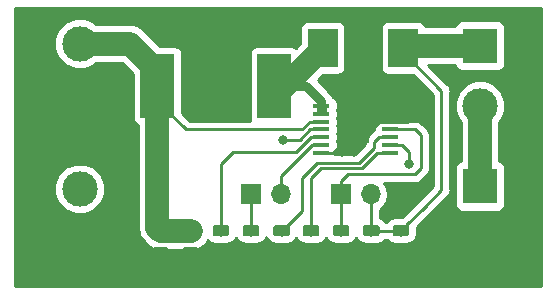
<source format=gbr>
G04 #@! TF.GenerationSoftware,KiCad,Pcbnew,(5.0.2)-1*
G04 #@! TF.CreationDate,2019-07-07T13:50:55+05:30*
G04 #@! TF.ProjectId,tps61500evm,74707336-3135-4303-9065-766d2e6b6963,rev?*
G04 #@! TF.SameCoordinates,Original*
G04 #@! TF.FileFunction,Copper,L1,Top*
G04 #@! TF.FilePolarity,Positive*
%FSLAX46Y46*%
G04 Gerber Fmt 4.6, Leading zero omitted, Abs format (unit mm)*
G04 Created by KiCad (PCBNEW (5.0.2)-1) date 07/07/19 13:50:55*
%MOMM*%
%LPD*%
G01*
G04 APERTURE LIST*
G04 #@! TA.AperFunction,SMDPad,CuDef*
%ADD10R,1.473200X0.355600*%
G04 #@! TD*
G04 #@! TA.AperFunction,SMDPad,CuDef*
%ADD11R,2.311400X2.463800*%
G04 #@! TD*
G04 #@! TA.AperFunction,SMDPad,CuDef*
%ADD12R,2.500000X3.300000*%
G04 #@! TD*
G04 #@! TA.AperFunction,Conductor*
%ADD13C,0.100000*%
G04 #@! TD*
G04 #@! TA.AperFunction,SMDPad,CuDef*
%ADD14C,0.975000*%
G04 #@! TD*
G04 #@! TA.AperFunction,ComponentPad*
%ADD15O,1.700000X1.700000*%
G04 #@! TD*
G04 #@! TA.AperFunction,ComponentPad*
%ADD16R,1.700000X1.700000*%
G04 #@! TD*
G04 #@! TA.AperFunction,SMDPad,CuDef*
%ADD17R,2.900000X5.400000*%
G04 #@! TD*
G04 #@! TA.AperFunction,ComponentPad*
%ADD18C,3.000000*%
G04 #@! TD*
G04 #@! TA.AperFunction,ComponentPad*
%ADD19R,3.000000X3.000000*%
G04 #@! TD*
G04 #@! TA.AperFunction,ViaPad*
%ADD20C,0.800000*%
G04 #@! TD*
G04 #@! TA.AperFunction,ViaPad*
%ADD21C,1.670000*%
G04 #@! TD*
G04 #@! TA.AperFunction,Conductor*
%ADD22C,0.250000*%
G04 #@! TD*
G04 #@! TA.AperFunction,Conductor*
%ADD23C,2.000000*%
G04 #@! TD*
G04 #@! TA.AperFunction,Conductor*
%ADD24C,0.400000*%
G04 #@! TD*
G04 #@! TA.AperFunction,Conductor*
%ADD25C,0.800000*%
G04 #@! TD*
G04 #@! TA.AperFunction,Conductor*
%ADD26C,0.254000*%
G04 #@! TD*
G04 APERTURE END LIST*
D10*
G04 #@! TO.P,U1,1*
G04 #@! TO.N,/SW*
X48679000Y-24044200D03*
G04 #@! TO.P,U1,2*
X48679000Y-24704600D03*
G04 #@! TO.P,U1,3*
G04 #@! TO.N,/Vin*
X48679000Y-25339600D03*
G04 #@! TO.P,U1,4*
G04 #@! TO.N,/PWM*
X48679000Y-26000000D03*
G04 #@! TO.P,U1,5*
G04 #@! TO.N,Net-(C3-Pad1)*
X48679000Y-26660400D03*
G04 #@! TO.P,U1,6*
G04 #@! TO.N,/DIMC*
X48679000Y-27295400D03*
G04 #@! TO.P,U1,7*
G04 #@! TO.N,GND*
X48679000Y-27955800D03*
G04 #@! TO.P,U1,8*
G04 #@! TO.N,Net-(C4-Pad1)*
X54521000Y-27955800D03*
G04 #@! TO.P,U1,9*
G04 #@! TO.N,/FB*
X54521000Y-27295400D03*
G04 #@! TO.P,U1,10*
G04 #@! TO.N,Net-(R3-Pad1)*
X54521000Y-26660400D03*
G04 #@! TO.P,U1,11*
G04 #@! TO.N,/OVP*
X54521000Y-26000000D03*
G04 #@! TO.P,U1,12*
G04 #@! TO.N,GND*
X54521000Y-25339600D03*
G04 #@! TO.P,U1,13*
X54521000Y-24704600D03*
G04 #@! TO.P,U1,14*
X54521000Y-24044200D03*
D11*
G04 #@! TO.P,U1,15*
X51600000Y-26000000D03*
G04 #@! TD*
D12*
G04 #@! TO.P,D1,1*
G04 #@! TO.N,/Vout*
X55590000Y-19080000D03*
G04 #@! TO.P,D1,2*
G04 #@! TO.N,/SW*
X48790000Y-19080000D03*
G04 #@! TD*
D13*
G04 #@! TO.N,/Vin*
G04 #@! TO.C,C1*
G36*
X35540142Y-34086174D02*
X35563803Y-34089684D01*
X35587007Y-34095496D01*
X35609529Y-34103554D01*
X35631153Y-34113782D01*
X35651670Y-34126079D01*
X35670883Y-34140329D01*
X35688607Y-34156393D01*
X35704671Y-34174117D01*
X35718921Y-34193330D01*
X35731218Y-34213847D01*
X35741446Y-34235471D01*
X35749504Y-34257993D01*
X35755316Y-34281197D01*
X35758826Y-34304858D01*
X35760000Y-34328750D01*
X35760000Y-34816250D01*
X35758826Y-34840142D01*
X35755316Y-34863803D01*
X35749504Y-34887007D01*
X35741446Y-34909529D01*
X35731218Y-34931153D01*
X35718921Y-34951670D01*
X35704671Y-34970883D01*
X35688607Y-34988607D01*
X35670883Y-35004671D01*
X35651670Y-35018921D01*
X35631153Y-35031218D01*
X35609529Y-35041446D01*
X35587007Y-35049504D01*
X35563803Y-35055316D01*
X35540142Y-35058826D01*
X35516250Y-35060000D01*
X34603750Y-35060000D01*
X34579858Y-35058826D01*
X34556197Y-35055316D01*
X34532993Y-35049504D01*
X34510471Y-35041446D01*
X34488847Y-35031218D01*
X34468330Y-35018921D01*
X34449117Y-35004671D01*
X34431393Y-34988607D01*
X34415329Y-34970883D01*
X34401079Y-34951670D01*
X34388782Y-34931153D01*
X34378554Y-34909529D01*
X34370496Y-34887007D01*
X34364684Y-34863803D01*
X34361174Y-34840142D01*
X34360000Y-34816250D01*
X34360000Y-34328750D01*
X34361174Y-34304858D01*
X34364684Y-34281197D01*
X34370496Y-34257993D01*
X34378554Y-34235471D01*
X34388782Y-34213847D01*
X34401079Y-34193330D01*
X34415329Y-34174117D01*
X34431393Y-34156393D01*
X34449117Y-34140329D01*
X34468330Y-34126079D01*
X34488847Y-34113782D01*
X34510471Y-34103554D01*
X34532993Y-34095496D01*
X34556197Y-34089684D01*
X34579858Y-34086174D01*
X34603750Y-34085000D01*
X35516250Y-34085000D01*
X35540142Y-34086174D01*
X35540142Y-34086174D01*
G37*
D14*
G04 #@! TD*
G04 #@! TO.P,C1,1*
G04 #@! TO.N,/Vin*
X35060000Y-34572500D03*
D13*
G04 #@! TO.N,GND*
G04 #@! TO.C,C1*
G36*
X35540142Y-35961174D02*
X35563803Y-35964684D01*
X35587007Y-35970496D01*
X35609529Y-35978554D01*
X35631153Y-35988782D01*
X35651670Y-36001079D01*
X35670883Y-36015329D01*
X35688607Y-36031393D01*
X35704671Y-36049117D01*
X35718921Y-36068330D01*
X35731218Y-36088847D01*
X35741446Y-36110471D01*
X35749504Y-36132993D01*
X35755316Y-36156197D01*
X35758826Y-36179858D01*
X35760000Y-36203750D01*
X35760000Y-36691250D01*
X35758826Y-36715142D01*
X35755316Y-36738803D01*
X35749504Y-36762007D01*
X35741446Y-36784529D01*
X35731218Y-36806153D01*
X35718921Y-36826670D01*
X35704671Y-36845883D01*
X35688607Y-36863607D01*
X35670883Y-36879671D01*
X35651670Y-36893921D01*
X35631153Y-36906218D01*
X35609529Y-36916446D01*
X35587007Y-36924504D01*
X35563803Y-36930316D01*
X35540142Y-36933826D01*
X35516250Y-36935000D01*
X34603750Y-36935000D01*
X34579858Y-36933826D01*
X34556197Y-36930316D01*
X34532993Y-36924504D01*
X34510471Y-36916446D01*
X34488847Y-36906218D01*
X34468330Y-36893921D01*
X34449117Y-36879671D01*
X34431393Y-36863607D01*
X34415329Y-36845883D01*
X34401079Y-36826670D01*
X34388782Y-36806153D01*
X34378554Y-36784529D01*
X34370496Y-36762007D01*
X34364684Y-36738803D01*
X34361174Y-36715142D01*
X34360000Y-36691250D01*
X34360000Y-36203750D01*
X34361174Y-36179858D01*
X34364684Y-36156197D01*
X34370496Y-36132993D01*
X34378554Y-36110471D01*
X34388782Y-36088847D01*
X34401079Y-36068330D01*
X34415329Y-36049117D01*
X34431393Y-36031393D01*
X34449117Y-36015329D01*
X34468330Y-36001079D01*
X34488847Y-35988782D01*
X34510471Y-35978554D01*
X34532993Y-35970496D01*
X34556197Y-35964684D01*
X34579858Y-35961174D01*
X34603750Y-35960000D01*
X35516250Y-35960000D01*
X35540142Y-35961174D01*
X35540142Y-35961174D01*
G37*
D14*
G04 #@! TD*
G04 #@! TO.P,C1,2*
G04 #@! TO.N,GND*
X35060000Y-36447500D03*
D13*
G04 #@! TO.N,GND*
G04 #@! TO.C,R3*
G36*
X45780142Y-35951174D02*
X45803803Y-35954684D01*
X45827007Y-35960496D01*
X45849529Y-35968554D01*
X45871153Y-35978782D01*
X45891670Y-35991079D01*
X45910883Y-36005329D01*
X45928607Y-36021393D01*
X45944671Y-36039117D01*
X45958921Y-36058330D01*
X45971218Y-36078847D01*
X45981446Y-36100471D01*
X45989504Y-36122993D01*
X45995316Y-36146197D01*
X45998826Y-36169858D01*
X46000000Y-36193750D01*
X46000000Y-36681250D01*
X45998826Y-36705142D01*
X45995316Y-36728803D01*
X45989504Y-36752007D01*
X45981446Y-36774529D01*
X45971218Y-36796153D01*
X45958921Y-36816670D01*
X45944671Y-36835883D01*
X45928607Y-36853607D01*
X45910883Y-36869671D01*
X45891670Y-36883921D01*
X45871153Y-36896218D01*
X45849529Y-36906446D01*
X45827007Y-36914504D01*
X45803803Y-36920316D01*
X45780142Y-36923826D01*
X45756250Y-36925000D01*
X44843750Y-36925000D01*
X44819858Y-36923826D01*
X44796197Y-36920316D01*
X44772993Y-36914504D01*
X44750471Y-36906446D01*
X44728847Y-36896218D01*
X44708330Y-36883921D01*
X44689117Y-36869671D01*
X44671393Y-36853607D01*
X44655329Y-36835883D01*
X44641079Y-36816670D01*
X44628782Y-36796153D01*
X44618554Y-36774529D01*
X44610496Y-36752007D01*
X44604684Y-36728803D01*
X44601174Y-36705142D01*
X44600000Y-36681250D01*
X44600000Y-36193750D01*
X44601174Y-36169858D01*
X44604684Y-36146197D01*
X44610496Y-36122993D01*
X44618554Y-36100471D01*
X44628782Y-36078847D01*
X44641079Y-36058330D01*
X44655329Y-36039117D01*
X44671393Y-36021393D01*
X44689117Y-36005329D01*
X44708330Y-35991079D01*
X44728847Y-35978782D01*
X44750471Y-35968554D01*
X44772993Y-35960496D01*
X44796197Y-35954684D01*
X44819858Y-35951174D01*
X44843750Y-35950000D01*
X45756250Y-35950000D01*
X45780142Y-35951174D01*
X45780142Y-35951174D01*
G37*
D14*
G04 #@! TD*
G04 #@! TO.P,R3,2*
G04 #@! TO.N,GND*
X45300000Y-36437500D03*
D13*
G04 #@! TO.N,Net-(R3-Pad1)*
G04 #@! TO.C,R3*
G36*
X45780142Y-34076174D02*
X45803803Y-34079684D01*
X45827007Y-34085496D01*
X45849529Y-34093554D01*
X45871153Y-34103782D01*
X45891670Y-34116079D01*
X45910883Y-34130329D01*
X45928607Y-34146393D01*
X45944671Y-34164117D01*
X45958921Y-34183330D01*
X45971218Y-34203847D01*
X45981446Y-34225471D01*
X45989504Y-34247993D01*
X45995316Y-34271197D01*
X45998826Y-34294858D01*
X46000000Y-34318750D01*
X46000000Y-34806250D01*
X45998826Y-34830142D01*
X45995316Y-34853803D01*
X45989504Y-34877007D01*
X45981446Y-34899529D01*
X45971218Y-34921153D01*
X45958921Y-34941670D01*
X45944671Y-34960883D01*
X45928607Y-34978607D01*
X45910883Y-34994671D01*
X45891670Y-35008921D01*
X45871153Y-35021218D01*
X45849529Y-35031446D01*
X45827007Y-35039504D01*
X45803803Y-35045316D01*
X45780142Y-35048826D01*
X45756250Y-35050000D01*
X44843750Y-35050000D01*
X44819858Y-35048826D01*
X44796197Y-35045316D01*
X44772993Y-35039504D01*
X44750471Y-35031446D01*
X44728847Y-35021218D01*
X44708330Y-35008921D01*
X44689117Y-34994671D01*
X44671393Y-34978607D01*
X44655329Y-34960883D01*
X44641079Y-34941670D01*
X44628782Y-34921153D01*
X44618554Y-34899529D01*
X44610496Y-34877007D01*
X44604684Y-34853803D01*
X44601174Y-34830142D01*
X44600000Y-34806250D01*
X44600000Y-34318750D01*
X44601174Y-34294858D01*
X44604684Y-34271197D01*
X44610496Y-34247993D01*
X44618554Y-34225471D01*
X44628782Y-34203847D01*
X44641079Y-34183330D01*
X44655329Y-34164117D01*
X44671393Y-34146393D01*
X44689117Y-34130329D01*
X44708330Y-34116079D01*
X44728847Y-34103782D01*
X44750471Y-34093554D01*
X44772993Y-34085496D01*
X44796197Y-34079684D01*
X44819858Y-34076174D01*
X44843750Y-34075000D01*
X45756250Y-34075000D01*
X45780142Y-34076174D01*
X45780142Y-34076174D01*
G37*
D14*
G04 #@! TD*
G04 #@! TO.P,R3,1*
G04 #@! TO.N,Net-(R3-Pad1)*
X45300000Y-34562500D03*
D13*
G04 #@! TO.N,/OVP*
G04 #@! TO.C,R2*
G36*
X50830142Y-34076174D02*
X50853803Y-34079684D01*
X50877007Y-34085496D01*
X50899529Y-34093554D01*
X50921153Y-34103782D01*
X50941670Y-34116079D01*
X50960883Y-34130329D01*
X50978607Y-34146393D01*
X50994671Y-34164117D01*
X51008921Y-34183330D01*
X51021218Y-34203847D01*
X51031446Y-34225471D01*
X51039504Y-34247993D01*
X51045316Y-34271197D01*
X51048826Y-34294858D01*
X51050000Y-34318750D01*
X51050000Y-34806250D01*
X51048826Y-34830142D01*
X51045316Y-34853803D01*
X51039504Y-34877007D01*
X51031446Y-34899529D01*
X51021218Y-34921153D01*
X51008921Y-34941670D01*
X50994671Y-34960883D01*
X50978607Y-34978607D01*
X50960883Y-34994671D01*
X50941670Y-35008921D01*
X50921153Y-35021218D01*
X50899529Y-35031446D01*
X50877007Y-35039504D01*
X50853803Y-35045316D01*
X50830142Y-35048826D01*
X50806250Y-35050000D01*
X49893750Y-35050000D01*
X49869858Y-35048826D01*
X49846197Y-35045316D01*
X49822993Y-35039504D01*
X49800471Y-35031446D01*
X49778847Y-35021218D01*
X49758330Y-35008921D01*
X49739117Y-34994671D01*
X49721393Y-34978607D01*
X49705329Y-34960883D01*
X49691079Y-34941670D01*
X49678782Y-34921153D01*
X49668554Y-34899529D01*
X49660496Y-34877007D01*
X49654684Y-34853803D01*
X49651174Y-34830142D01*
X49650000Y-34806250D01*
X49650000Y-34318750D01*
X49651174Y-34294858D01*
X49654684Y-34271197D01*
X49660496Y-34247993D01*
X49668554Y-34225471D01*
X49678782Y-34203847D01*
X49691079Y-34183330D01*
X49705329Y-34164117D01*
X49721393Y-34146393D01*
X49739117Y-34130329D01*
X49758330Y-34116079D01*
X49778847Y-34103782D01*
X49800471Y-34093554D01*
X49822993Y-34085496D01*
X49846197Y-34079684D01*
X49869858Y-34076174D01*
X49893750Y-34075000D01*
X50806250Y-34075000D01*
X50830142Y-34076174D01*
X50830142Y-34076174D01*
G37*
D14*
G04 #@! TD*
G04 #@! TO.P,R2,1*
G04 #@! TO.N,/OVP*
X50350000Y-34562500D03*
D13*
G04 #@! TO.N,GND*
G04 #@! TO.C,R2*
G36*
X50830142Y-35951174D02*
X50853803Y-35954684D01*
X50877007Y-35960496D01*
X50899529Y-35968554D01*
X50921153Y-35978782D01*
X50941670Y-35991079D01*
X50960883Y-36005329D01*
X50978607Y-36021393D01*
X50994671Y-36039117D01*
X51008921Y-36058330D01*
X51021218Y-36078847D01*
X51031446Y-36100471D01*
X51039504Y-36122993D01*
X51045316Y-36146197D01*
X51048826Y-36169858D01*
X51050000Y-36193750D01*
X51050000Y-36681250D01*
X51048826Y-36705142D01*
X51045316Y-36728803D01*
X51039504Y-36752007D01*
X51031446Y-36774529D01*
X51021218Y-36796153D01*
X51008921Y-36816670D01*
X50994671Y-36835883D01*
X50978607Y-36853607D01*
X50960883Y-36869671D01*
X50941670Y-36883921D01*
X50921153Y-36896218D01*
X50899529Y-36906446D01*
X50877007Y-36914504D01*
X50853803Y-36920316D01*
X50830142Y-36923826D01*
X50806250Y-36925000D01*
X49893750Y-36925000D01*
X49869858Y-36923826D01*
X49846197Y-36920316D01*
X49822993Y-36914504D01*
X49800471Y-36906446D01*
X49778847Y-36896218D01*
X49758330Y-36883921D01*
X49739117Y-36869671D01*
X49721393Y-36853607D01*
X49705329Y-36835883D01*
X49691079Y-36816670D01*
X49678782Y-36796153D01*
X49668554Y-36774529D01*
X49660496Y-36752007D01*
X49654684Y-36728803D01*
X49651174Y-36705142D01*
X49650000Y-36681250D01*
X49650000Y-36193750D01*
X49651174Y-36169858D01*
X49654684Y-36146197D01*
X49660496Y-36122993D01*
X49668554Y-36100471D01*
X49678782Y-36078847D01*
X49691079Y-36058330D01*
X49705329Y-36039117D01*
X49721393Y-36021393D01*
X49739117Y-36005329D01*
X49758330Y-35991079D01*
X49778847Y-35978782D01*
X49800471Y-35968554D01*
X49822993Y-35960496D01*
X49846197Y-35954684D01*
X49869858Y-35951174D01*
X49893750Y-35950000D01*
X50806250Y-35950000D01*
X50830142Y-35951174D01*
X50830142Y-35951174D01*
G37*
D14*
G04 #@! TD*
G04 #@! TO.P,R2,2*
G04 #@! TO.N,GND*
X50350000Y-36437500D03*
D13*
G04 #@! TO.N,GND*
G04 #@! TO.C,C2*
G36*
X53380142Y-35951174D02*
X53403803Y-35954684D01*
X53427007Y-35960496D01*
X53449529Y-35968554D01*
X53471153Y-35978782D01*
X53491670Y-35991079D01*
X53510883Y-36005329D01*
X53528607Y-36021393D01*
X53544671Y-36039117D01*
X53558921Y-36058330D01*
X53571218Y-36078847D01*
X53581446Y-36100471D01*
X53589504Y-36122993D01*
X53595316Y-36146197D01*
X53598826Y-36169858D01*
X53600000Y-36193750D01*
X53600000Y-36681250D01*
X53598826Y-36705142D01*
X53595316Y-36728803D01*
X53589504Y-36752007D01*
X53581446Y-36774529D01*
X53571218Y-36796153D01*
X53558921Y-36816670D01*
X53544671Y-36835883D01*
X53528607Y-36853607D01*
X53510883Y-36869671D01*
X53491670Y-36883921D01*
X53471153Y-36896218D01*
X53449529Y-36906446D01*
X53427007Y-36914504D01*
X53403803Y-36920316D01*
X53380142Y-36923826D01*
X53356250Y-36925000D01*
X52443750Y-36925000D01*
X52419858Y-36923826D01*
X52396197Y-36920316D01*
X52372993Y-36914504D01*
X52350471Y-36906446D01*
X52328847Y-36896218D01*
X52308330Y-36883921D01*
X52289117Y-36869671D01*
X52271393Y-36853607D01*
X52255329Y-36835883D01*
X52241079Y-36816670D01*
X52228782Y-36796153D01*
X52218554Y-36774529D01*
X52210496Y-36752007D01*
X52204684Y-36728803D01*
X52201174Y-36705142D01*
X52200000Y-36681250D01*
X52200000Y-36193750D01*
X52201174Y-36169858D01*
X52204684Y-36146197D01*
X52210496Y-36122993D01*
X52218554Y-36100471D01*
X52228782Y-36078847D01*
X52241079Y-36058330D01*
X52255329Y-36039117D01*
X52271393Y-36021393D01*
X52289117Y-36005329D01*
X52308330Y-35991079D01*
X52328847Y-35978782D01*
X52350471Y-35968554D01*
X52372993Y-35960496D01*
X52396197Y-35954684D01*
X52419858Y-35951174D01*
X52443750Y-35950000D01*
X53356250Y-35950000D01*
X53380142Y-35951174D01*
X53380142Y-35951174D01*
G37*
D14*
G04 #@! TD*
G04 #@! TO.P,C2,2*
G04 #@! TO.N,GND*
X52900000Y-36437500D03*
D13*
G04 #@! TO.N,/Vout*
G04 #@! TO.C,C2*
G36*
X53380142Y-34076174D02*
X53403803Y-34079684D01*
X53427007Y-34085496D01*
X53449529Y-34093554D01*
X53471153Y-34103782D01*
X53491670Y-34116079D01*
X53510883Y-34130329D01*
X53528607Y-34146393D01*
X53544671Y-34164117D01*
X53558921Y-34183330D01*
X53571218Y-34203847D01*
X53581446Y-34225471D01*
X53589504Y-34247993D01*
X53595316Y-34271197D01*
X53598826Y-34294858D01*
X53600000Y-34318750D01*
X53600000Y-34806250D01*
X53598826Y-34830142D01*
X53595316Y-34853803D01*
X53589504Y-34877007D01*
X53581446Y-34899529D01*
X53571218Y-34921153D01*
X53558921Y-34941670D01*
X53544671Y-34960883D01*
X53528607Y-34978607D01*
X53510883Y-34994671D01*
X53491670Y-35008921D01*
X53471153Y-35021218D01*
X53449529Y-35031446D01*
X53427007Y-35039504D01*
X53403803Y-35045316D01*
X53380142Y-35048826D01*
X53356250Y-35050000D01*
X52443750Y-35050000D01*
X52419858Y-35048826D01*
X52396197Y-35045316D01*
X52372993Y-35039504D01*
X52350471Y-35031446D01*
X52328847Y-35021218D01*
X52308330Y-35008921D01*
X52289117Y-34994671D01*
X52271393Y-34978607D01*
X52255329Y-34960883D01*
X52241079Y-34941670D01*
X52228782Y-34921153D01*
X52218554Y-34899529D01*
X52210496Y-34877007D01*
X52204684Y-34853803D01*
X52201174Y-34830142D01*
X52200000Y-34806250D01*
X52200000Y-34318750D01*
X52201174Y-34294858D01*
X52204684Y-34271197D01*
X52210496Y-34247993D01*
X52218554Y-34225471D01*
X52228782Y-34203847D01*
X52241079Y-34183330D01*
X52255329Y-34164117D01*
X52271393Y-34146393D01*
X52289117Y-34130329D01*
X52308330Y-34116079D01*
X52328847Y-34103782D01*
X52350471Y-34093554D01*
X52372993Y-34085496D01*
X52396197Y-34079684D01*
X52419858Y-34076174D01*
X52443750Y-34075000D01*
X53356250Y-34075000D01*
X53380142Y-34076174D01*
X53380142Y-34076174D01*
G37*
D14*
G04 #@! TD*
G04 #@! TO.P,C2,1*
G04 #@! TO.N,/Vout*
X52900000Y-34562500D03*
D13*
G04 #@! TO.N,Net-(C3-Pad1)*
G04 #@! TO.C,C3*
G36*
X40640142Y-34086174D02*
X40663803Y-34089684D01*
X40687007Y-34095496D01*
X40709529Y-34103554D01*
X40731153Y-34113782D01*
X40751670Y-34126079D01*
X40770883Y-34140329D01*
X40788607Y-34156393D01*
X40804671Y-34174117D01*
X40818921Y-34193330D01*
X40831218Y-34213847D01*
X40841446Y-34235471D01*
X40849504Y-34257993D01*
X40855316Y-34281197D01*
X40858826Y-34304858D01*
X40860000Y-34328750D01*
X40860000Y-34816250D01*
X40858826Y-34840142D01*
X40855316Y-34863803D01*
X40849504Y-34887007D01*
X40841446Y-34909529D01*
X40831218Y-34931153D01*
X40818921Y-34951670D01*
X40804671Y-34970883D01*
X40788607Y-34988607D01*
X40770883Y-35004671D01*
X40751670Y-35018921D01*
X40731153Y-35031218D01*
X40709529Y-35041446D01*
X40687007Y-35049504D01*
X40663803Y-35055316D01*
X40640142Y-35058826D01*
X40616250Y-35060000D01*
X39703750Y-35060000D01*
X39679858Y-35058826D01*
X39656197Y-35055316D01*
X39632993Y-35049504D01*
X39610471Y-35041446D01*
X39588847Y-35031218D01*
X39568330Y-35018921D01*
X39549117Y-35004671D01*
X39531393Y-34988607D01*
X39515329Y-34970883D01*
X39501079Y-34951670D01*
X39488782Y-34931153D01*
X39478554Y-34909529D01*
X39470496Y-34887007D01*
X39464684Y-34863803D01*
X39461174Y-34840142D01*
X39460000Y-34816250D01*
X39460000Y-34328750D01*
X39461174Y-34304858D01*
X39464684Y-34281197D01*
X39470496Y-34257993D01*
X39478554Y-34235471D01*
X39488782Y-34213847D01*
X39501079Y-34193330D01*
X39515329Y-34174117D01*
X39531393Y-34156393D01*
X39549117Y-34140329D01*
X39568330Y-34126079D01*
X39588847Y-34113782D01*
X39610471Y-34103554D01*
X39632993Y-34095496D01*
X39656197Y-34089684D01*
X39679858Y-34086174D01*
X39703750Y-34085000D01*
X40616250Y-34085000D01*
X40640142Y-34086174D01*
X40640142Y-34086174D01*
G37*
D14*
G04 #@! TD*
G04 #@! TO.P,C3,1*
G04 #@! TO.N,Net-(C3-Pad1)*
X40160000Y-34572500D03*
D13*
G04 #@! TO.N,GND*
G04 #@! TO.C,C3*
G36*
X40640142Y-35961174D02*
X40663803Y-35964684D01*
X40687007Y-35970496D01*
X40709529Y-35978554D01*
X40731153Y-35988782D01*
X40751670Y-36001079D01*
X40770883Y-36015329D01*
X40788607Y-36031393D01*
X40804671Y-36049117D01*
X40818921Y-36068330D01*
X40831218Y-36088847D01*
X40841446Y-36110471D01*
X40849504Y-36132993D01*
X40855316Y-36156197D01*
X40858826Y-36179858D01*
X40860000Y-36203750D01*
X40860000Y-36691250D01*
X40858826Y-36715142D01*
X40855316Y-36738803D01*
X40849504Y-36762007D01*
X40841446Y-36784529D01*
X40831218Y-36806153D01*
X40818921Y-36826670D01*
X40804671Y-36845883D01*
X40788607Y-36863607D01*
X40770883Y-36879671D01*
X40751670Y-36893921D01*
X40731153Y-36906218D01*
X40709529Y-36916446D01*
X40687007Y-36924504D01*
X40663803Y-36930316D01*
X40640142Y-36933826D01*
X40616250Y-36935000D01*
X39703750Y-36935000D01*
X39679858Y-36933826D01*
X39656197Y-36930316D01*
X39632993Y-36924504D01*
X39610471Y-36916446D01*
X39588847Y-36906218D01*
X39568330Y-36893921D01*
X39549117Y-36879671D01*
X39531393Y-36863607D01*
X39515329Y-36845883D01*
X39501079Y-36826670D01*
X39488782Y-36806153D01*
X39478554Y-36784529D01*
X39470496Y-36762007D01*
X39464684Y-36738803D01*
X39461174Y-36715142D01*
X39460000Y-36691250D01*
X39460000Y-36203750D01*
X39461174Y-36179858D01*
X39464684Y-36156197D01*
X39470496Y-36132993D01*
X39478554Y-36110471D01*
X39488782Y-36088847D01*
X39501079Y-36068330D01*
X39515329Y-36049117D01*
X39531393Y-36031393D01*
X39549117Y-36015329D01*
X39568330Y-36001079D01*
X39588847Y-35988782D01*
X39610471Y-35978554D01*
X39632993Y-35970496D01*
X39656197Y-35964684D01*
X39679858Y-35961174D01*
X39703750Y-35960000D01*
X40616250Y-35960000D01*
X40640142Y-35961174D01*
X40640142Y-35961174D01*
G37*
D14*
G04 #@! TD*
G04 #@! TO.P,C3,2*
G04 #@! TO.N,GND*
X40160000Y-36447500D03*
D13*
G04 #@! TO.N,GND*
G04 #@! TO.C,C4*
G36*
X48280142Y-35961174D02*
X48303803Y-35964684D01*
X48327007Y-35970496D01*
X48349529Y-35978554D01*
X48371153Y-35988782D01*
X48391670Y-36001079D01*
X48410883Y-36015329D01*
X48428607Y-36031393D01*
X48444671Y-36049117D01*
X48458921Y-36068330D01*
X48471218Y-36088847D01*
X48481446Y-36110471D01*
X48489504Y-36132993D01*
X48495316Y-36156197D01*
X48498826Y-36179858D01*
X48500000Y-36203750D01*
X48500000Y-36691250D01*
X48498826Y-36715142D01*
X48495316Y-36738803D01*
X48489504Y-36762007D01*
X48481446Y-36784529D01*
X48471218Y-36806153D01*
X48458921Y-36826670D01*
X48444671Y-36845883D01*
X48428607Y-36863607D01*
X48410883Y-36879671D01*
X48391670Y-36893921D01*
X48371153Y-36906218D01*
X48349529Y-36916446D01*
X48327007Y-36924504D01*
X48303803Y-36930316D01*
X48280142Y-36933826D01*
X48256250Y-36935000D01*
X47343750Y-36935000D01*
X47319858Y-36933826D01*
X47296197Y-36930316D01*
X47272993Y-36924504D01*
X47250471Y-36916446D01*
X47228847Y-36906218D01*
X47208330Y-36893921D01*
X47189117Y-36879671D01*
X47171393Y-36863607D01*
X47155329Y-36845883D01*
X47141079Y-36826670D01*
X47128782Y-36806153D01*
X47118554Y-36784529D01*
X47110496Y-36762007D01*
X47104684Y-36738803D01*
X47101174Y-36715142D01*
X47100000Y-36691250D01*
X47100000Y-36203750D01*
X47101174Y-36179858D01*
X47104684Y-36156197D01*
X47110496Y-36132993D01*
X47118554Y-36110471D01*
X47128782Y-36088847D01*
X47141079Y-36068330D01*
X47155329Y-36049117D01*
X47171393Y-36031393D01*
X47189117Y-36015329D01*
X47208330Y-36001079D01*
X47228847Y-35988782D01*
X47250471Y-35978554D01*
X47272993Y-35970496D01*
X47296197Y-35964684D01*
X47319858Y-35961174D01*
X47343750Y-35960000D01*
X48256250Y-35960000D01*
X48280142Y-35961174D01*
X48280142Y-35961174D01*
G37*
D14*
G04 #@! TD*
G04 #@! TO.P,C4,2*
G04 #@! TO.N,GND*
X47800000Y-36447500D03*
D13*
G04 #@! TO.N,Net-(C4-Pad1)*
G04 #@! TO.C,C4*
G36*
X48280142Y-34086174D02*
X48303803Y-34089684D01*
X48327007Y-34095496D01*
X48349529Y-34103554D01*
X48371153Y-34113782D01*
X48391670Y-34126079D01*
X48410883Y-34140329D01*
X48428607Y-34156393D01*
X48444671Y-34174117D01*
X48458921Y-34193330D01*
X48471218Y-34213847D01*
X48481446Y-34235471D01*
X48489504Y-34257993D01*
X48495316Y-34281197D01*
X48498826Y-34304858D01*
X48500000Y-34328750D01*
X48500000Y-34816250D01*
X48498826Y-34840142D01*
X48495316Y-34863803D01*
X48489504Y-34887007D01*
X48481446Y-34909529D01*
X48471218Y-34931153D01*
X48458921Y-34951670D01*
X48444671Y-34970883D01*
X48428607Y-34988607D01*
X48410883Y-35004671D01*
X48391670Y-35018921D01*
X48371153Y-35031218D01*
X48349529Y-35041446D01*
X48327007Y-35049504D01*
X48303803Y-35055316D01*
X48280142Y-35058826D01*
X48256250Y-35060000D01*
X47343750Y-35060000D01*
X47319858Y-35058826D01*
X47296197Y-35055316D01*
X47272993Y-35049504D01*
X47250471Y-35041446D01*
X47228847Y-35031218D01*
X47208330Y-35018921D01*
X47189117Y-35004671D01*
X47171393Y-34988607D01*
X47155329Y-34970883D01*
X47141079Y-34951670D01*
X47128782Y-34931153D01*
X47118554Y-34909529D01*
X47110496Y-34887007D01*
X47104684Y-34863803D01*
X47101174Y-34840142D01*
X47100000Y-34816250D01*
X47100000Y-34328750D01*
X47101174Y-34304858D01*
X47104684Y-34281197D01*
X47110496Y-34257993D01*
X47118554Y-34235471D01*
X47128782Y-34213847D01*
X47141079Y-34193330D01*
X47155329Y-34174117D01*
X47171393Y-34156393D01*
X47189117Y-34140329D01*
X47208330Y-34126079D01*
X47228847Y-34113782D01*
X47250471Y-34103554D01*
X47272993Y-34095496D01*
X47296197Y-34089684D01*
X47319858Y-34086174D01*
X47343750Y-34085000D01*
X48256250Y-34085000D01*
X48280142Y-34086174D01*
X48280142Y-34086174D01*
G37*
D14*
G04 #@! TD*
G04 #@! TO.P,C4,1*
G04 #@! TO.N,Net-(C4-Pad1)*
X47800000Y-34572500D03*
D13*
G04 #@! TO.N,Net-(C5-Pad1)*
G04 #@! TO.C,C5*
G36*
X43190142Y-34086174D02*
X43213803Y-34089684D01*
X43237007Y-34095496D01*
X43259529Y-34103554D01*
X43281153Y-34113782D01*
X43301670Y-34126079D01*
X43320883Y-34140329D01*
X43338607Y-34156393D01*
X43354671Y-34174117D01*
X43368921Y-34193330D01*
X43381218Y-34213847D01*
X43391446Y-34235471D01*
X43399504Y-34257993D01*
X43405316Y-34281197D01*
X43408826Y-34304858D01*
X43410000Y-34328750D01*
X43410000Y-34816250D01*
X43408826Y-34840142D01*
X43405316Y-34863803D01*
X43399504Y-34887007D01*
X43391446Y-34909529D01*
X43381218Y-34931153D01*
X43368921Y-34951670D01*
X43354671Y-34970883D01*
X43338607Y-34988607D01*
X43320883Y-35004671D01*
X43301670Y-35018921D01*
X43281153Y-35031218D01*
X43259529Y-35041446D01*
X43237007Y-35049504D01*
X43213803Y-35055316D01*
X43190142Y-35058826D01*
X43166250Y-35060000D01*
X42253750Y-35060000D01*
X42229858Y-35058826D01*
X42206197Y-35055316D01*
X42182993Y-35049504D01*
X42160471Y-35041446D01*
X42138847Y-35031218D01*
X42118330Y-35018921D01*
X42099117Y-35004671D01*
X42081393Y-34988607D01*
X42065329Y-34970883D01*
X42051079Y-34951670D01*
X42038782Y-34931153D01*
X42028554Y-34909529D01*
X42020496Y-34887007D01*
X42014684Y-34863803D01*
X42011174Y-34840142D01*
X42010000Y-34816250D01*
X42010000Y-34328750D01*
X42011174Y-34304858D01*
X42014684Y-34281197D01*
X42020496Y-34257993D01*
X42028554Y-34235471D01*
X42038782Y-34213847D01*
X42051079Y-34193330D01*
X42065329Y-34174117D01*
X42081393Y-34156393D01*
X42099117Y-34140329D01*
X42118330Y-34126079D01*
X42138847Y-34113782D01*
X42160471Y-34103554D01*
X42182993Y-34095496D01*
X42206197Y-34089684D01*
X42229858Y-34086174D01*
X42253750Y-34085000D01*
X43166250Y-34085000D01*
X43190142Y-34086174D01*
X43190142Y-34086174D01*
G37*
D14*
G04 #@! TD*
G04 #@! TO.P,C5,1*
G04 #@! TO.N,Net-(C5-Pad1)*
X42710000Y-34572500D03*
D13*
G04 #@! TO.N,GND*
G04 #@! TO.C,C5*
G36*
X43190142Y-35961174D02*
X43213803Y-35964684D01*
X43237007Y-35970496D01*
X43259529Y-35978554D01*
X43281153Y-35988782D01*
X43301670Y-36001079D01*
X43320883Y-36015329D01*
X43338607Y-36031393D01*
X43354671Y-36049117D01*
X43368921Y-36068330D01*
X43381218Y-36088847D01*
X43391446Y-36110471D01*
X43399504Y-36132993D01*
X43405316Y-36156197D01*
X43408826Y-36179858D01*
X43410000Y-36203750D01*
X43410000Y-36691250D01*
X43408826Y-36715142D01*
X43405316Y-36738803D01*
X43399504Y-36762007D01*
X43391446Y-36784529D01*
X43381218Y-36806153D01*
X43368921Y-36826670D01*
X43354671Y-36845883D01*
X43338607Y-36863607D01*
X43320883Y-36879671D01*
X43301670Y-36893921D01*
X43281153Y-36906218D01*
X43259529Y-36916446D01*
X43237007Y-36924504D01*
X43213803Y-36930316D01*
X43190142Y-36933826D01*
X43166250Y-36935000D01*
X42253750Y-36935000D01*
X42229858Y-36933826D01*
X42206197Y-36930316D01*
X42182993Y-36924504D01*
X42160471Y-36916446D01*
X42138847Y-36906218D01*
X42118330Y-36893921D01*
X42099117Y-36879671D01*
X42081393Y-36863607D01*
X42065329Y-36845883D01*
X42051079Y-36826670D01*
X42038782Y-36806153D01*
X42028554Y-36784529D01*
X42020496Y-36762007D01*
X42014684Y-36738803D01*
X42011174Y-36715142D01*
X42010000Y-36691250D01*
X42010000Y-36203750D01*
X42011174Y-36179858D01*
X42014684Y-36156197D01*
X42020496Y-36132993D01*
X42028554Y-36110471D01*
X42038782Y-36088847D01*
X42051079Y-36068330D01*
X42065329Y-36049117D01*
X42081393Y-36031393D01*
X42099117Y-36015329D01*
X42118330Y-36001079D01*
X42138847Y-35988782D01*
X42160471Y-35978554D01*
X42182993Y-35970496D01*
X42206197Y-35964684D01*
X42229858Y-35961174D01*
X42253750Y-35960000D01*
X43166250Y-35960000D01*
X43190142Y-35961174D01*
X43190142Y-35961174D01*
G37*
D14*
G04 #@! TD*
G04 #@! TO.P,C5,2*
G04 #@! TO.N,GND*
X42710000Y-36447500D03*
D13*
G04 #@! TO.N,GND*
G04 #@! TO.C,C7*
G36*
X55880142Y-35951174D02*
X55903803Y-35954684D01*
X55927007Y-35960496D01*
X55949529Y-35968554D01*
X55971153Y-35978782D01*
X55991670Y-35991079D01*
X56010883Y-36005329D01*
X56028607Y-36021393D01*
X56044671Y-36039117D01*
X56058921Y-36058330D01*
X56071218Y-36078847D01*
X56081446Y-36100471D01*
X56089504Y-36122993D01*
X56095316Y-36146197D01*
X56098826Y-36169858D01*
X56100000Y-36193750D01*
X56100000Y-36681250D01*
X56098826Y-36705142D01*
X56095316Y-36728803D01*
X56089504Y-36752007D01*
X56081446Y-36774529D01*
X56071218Y-36796153D01*
X56058921Y-36816670D01*
X56044671Y-36835883D01*
X56028607Y-36853607D01*
X56010883Y-36869671D01*
X55991670Y-36883921D01*
X55971153Y-36896218D01*
X55949529Y-36906446D01*
X55927007Y-36914504D01*
X55903803Y-36920316D01*
X55880142Y-36923826D01*
X55856250Y-36925000D01*
X54943750Y-36925000D01*
X54919858Y-36923826D01*
X54896197Y-36920316D01*
X54872993Y-36914504D01*
X54850471Y-36906446D01*
X54828847Y-36896218D01*
X54808330Y-36883921D01*
X54789117Y-36869671D01*
X54771393Y-36853607D01*
X54755329Y-36835883D01*
X54741079Y-36816670D01*
X54728782Y-36796153D01*
X54718554Y-36774529D01*
X54710496Y-36752007D01*
X54704684Y-36728803D01*
X54701174Y-36705142D01*
X54700000Y-36681250D01*
X54700000Y-36193750D01*
X54701174Y-36169858D01*
X54704684Y-36146197D01*
X54710496Y-36122993D01*
X54718554Y-36100471D01*
X54728782Y-36078847D01*
X54741079Y-36058330D01*
X54755329Y-36039117D01*
X54771393Y-36021393D01*
X54789117Y-36005329D01*
X54808330Y-35991079D01*
X54828847Y-35978782D01*
X54850471Y-35968554D01*
X54872993Y-35960496D01*
X54896197Y-35954684D01*
X54919858Y-35951174D01*
X54943750Y-35950000D01*
X55856250Y-35950000D01*
X55880142Y-35951174D01*
X55880142Y-35951174D01*
G37*
D14*
G04 #@! TD*
G04 #@! TO.P,C7,2*
G04 #@! TO.N,GND*
X55400000Y-36437500D03*
D13*
G04 #@! TO.N,/Vout*
G04 #@! TO.C,C7*
G36*
X55880142Y-34076174D02*
X55903803Y-34079684D01*
X55927007Y-34085496D01*
X55949529Y-34093554D01*
X55971153Y-34103782D01*
X55991670Y-34116079D01*
X56010883Y-34130329D01*
X56028607Y-34146393D01*
X56044671Y-34164117D01*
X56058921Y-34183330D01*
X56071218Y-34203847D01*
X56081446Y-34225471D01*
X56089504Y-34247993D01*
X56095316Y-34271197D01*
X56098826Y-34294858D01*
X56100000Y-34318750D01*
X56100000Y-34806250D01*
X56098826Y-34830142D01*
X56095316Y-34853803D01*
X56089504Y-34877007D01*
X56081446Y-34899529D01*
X56071218Y-34921153D01*
X56058921Y-34941670D01*
X56044671Y-34960883D01*
X56028607Y-34978607D01*
X56010883Y-34994671D01*
X55991670Y-35008921D01*
X55971153Y-35021218D01*
X55949529Y-35031446D01*
X55927007Y-35039504D01*
X55903803Y-35045316D01*
X55880142Y-35048826D01*
X55856250Y-35050000D01*
X54943750Y-35050000D01*
X54919858Y-35048826D01*
X54896197Y-35045316D01*
X54872993Y-35039504D01*
X54850471Y-35031446D01*
X54828847Y-35021218D01*
X54808330Y-35008921D01*
X54789117Y-34994671D01*
X54771393Y-34978607D01*
X54755329Y-34960883D01*
X54741079Y-34941670D01*
X54728782Y-34921153D01*
X54718554Y-34899529D01*
X54710496Y-34877007D01*
X54704684Y-34853803D01*
X54701174Y-34830142D01*
X54700000Y-34806250D01*
X54700000Y-34318750D01*
X54701174Y-34294858D01*
X54704684Y-34271197D01*
X54710496Y-34247993D01*
X54718554Y-34225471D01*
X54728782Y-34203847D01*
X54741079Y-34183330D01*
X54755329Y-34164117D01*
X54771393Y-34146393D01*
X54789117Y-34130329D01*
X54808330Y-34116079D01*
X54828847Y-34103782D01*
X54850471Y-34093554D01*
X54872993Y-34085496D01*
X54896197Y-34079684D01*
X54919858Y-34076174D01*
X54943750Y-34075000D01*
X55856250Y-34075000D01*
X55880142Y-34076174D01*
X55880142Y-34076174D01*
G37*
D14*
G04 #@! TD*
G04 #@! TO.P,C7,1*
G04 #@! TO.N,/Vout*
X55400000Y-34562500D03*
D13*
G04 #@! TO.N,/Vin*
G04 #@! TO.C,C6*
G36*
X38090142Y-34086174D02*
X38113803Y-34089684D01*
X38137007Y-34095496D01*
X38159529Y-34103554D01*
X38181153Y-34113782D01*
X38201670Y-34126079D01*
X38220883Y-34140329D01*
X38238607Y-34156393D01*
X38254671Y-34174117D01*
X38268921Y-34193330D01*
X38281218Y-34213847D01*
X38291446Y-34235471D01*
X38299504Y-34257993D01*
X38305316Y-34281197D01*
X38308826Y-34304858D01*
X38310000Y-34328750D01*
X38310000Y-34816250D01*
X38308826Y-34840142D01*
X38305316Y-34863803D01*
X38299504Y-34887007D01*
X38291446Y-34909529D01*
X38281218Y-34931153D01*
X38268921Y-34951670D01*
X38254671Y-34970883D01*
X38238607Y-34988607D01*
X38220883Y-35004671D01*
X38201670Y-35018921D01*
X38181153Y-35031218D01*
X38159529Y-35041446D01*
X38137007Y-35049504D01*
X38113803Y-35055316D01*
X38090142Y-35058826D01*
X38066250Y-35060000D01*
X37153750Y-35060000D01*
X37129858Y-35058826D01*
X37106197Y-35055316D01*
X37082993Y-35049504D01*
X37060471Y-35041446D01*
X37038847Y-35031218D01*
X37018330Y-35018921D01*
X36999117Y-35004671D01*
X36981393Y-34988607D01*
X36965329Y-34970883D01*
X36951079Y-34951670D01*
X36938782Y-34931153D01*
X36928554Y-34909529D01*
X36920496Y-34887007D01*
X36914684Y-34863803D01*
X36911174Y-34840142D01*
X36910000Y-34816250D01*
X36910000Y-34328750D01*
X36911174Y-34304858D01*
X36914684Y-34281197D01*
X36920496Y-34257993D01*
X36928554Y-34235471D01*
X36938782Y-34213847D01*
X36951079Y-34193330D01*
X36965329Y-34174117D01*
X36981393Y-34156393D01*
X36999117Y-34140329D01*
X37018330Y-34126079D01*
X37038847Y-34113782D01*
X37060471Y-34103554D01*
X37082993Y-34095496D01*
X37106197Y-34089684D01*
X37129858Y-34086174D01*
X37153750Y-34085000D01*
X38066250Y-34085000D01*
X38090142Y-34086174D01*
X38090142Y-34086174D01*
G37*
D14*
G04 #@! TD*
G04 #@! TO.P,C6,1*
G04 #@! TO.N,/Vin*
X37610000Y-34572500D03*
D13*
G04 #@! TO.N,GND*
G04 #@! TO.C,C6*
G36*
X38090142Y-35961174D02*
X38113803Y-35964684D01*
X38137007Y-35970496D01*
X38159529Y-35978554D01*
X38181153Y-35988782D01*
X38201670Y-36001079D01*
X38220883Y-36015329D01*
X38238607Y-36031393D01*
X38254671Y-36049117D01*
X38268921Y-36068330D01*
X38281218Y-36088847D01*
X38291446Y-36110471D01*
X38299504Y-36132993D01*
X38305316Y-36156197D01*
X38308826Y-36179858D01*
X38310000Y-36203750D01*
X38310000Y-36691250D01*
X38308826Y-36715142D01*
X38305316Y-36738803D01*
X38299504Y-36762007D01*
X38291446Y-36784529D01*
X38281218Y-36806153D01*
X38268921Y-36826670D01*
X38254671Y-36845883D01*
X38238607Y-36863607D01*
X38220883Y-36879671D01*
X38201670Y-36893921D01*
X38181153Y-36906218D01*
X38159529Y-36916446D01*
X38137007Y-36924504D01*
X38113803Y-36930316D01*
X38090142Y-36933826D01*
X38066250Y-36935000D01*
X37153750Y-36935000D01*
X37129858Y-36933826D01*
X37106197Y-36930316D01*
X37082993Y-36924504D01*
X37060471Y-36916446D01*
X37038847Y-36906218D01*
X37018330Y-36893921D01*
X36999117Y-36879671D01*
X36981393Y-36863607D01*
X36965329Y-36845883D01*
X36951079Y-36826670D01*
X36938782Y-36806153D01*
X36928554Y-36784529D01*
X36920496Y-36762007D01*
X36914684Y-36738803D01*
X36911174Y-36715142D01*
X36910000Y-36691250D01*
X36910000Y-36203750D01*
X36911174Y-36179858D01*
X36914684Y-36156197D01*
X36920496Y-36132993D01*
X36928554Y-36110471D01*
X36938782Y-36088847D01*
X36951079Y-36068330D01*
X36965329Y-36049117D01*
X36981393Y-36031393D01*
X36999117Y-36015329D01*
X37018330Y-36001079D01*
X37038847Y-35988782D01*
X37060471Y-35978554D01*
X37082993Y-35970496D01*
X37106197Y-35964684D01*
X37129858Y-35961174D01*
X37153750Y-35960000D01*
X38066250Y-35960000D01*
X38090142Y-35961174D01*
X38090142Y-35961174D01*
G37*
D14*
G04 #@! TD*
G04 #@! TO.P,C6,2*
G04 #@! TO.N,GND*
X37610000Y-36447500D03*
D15*
G04 #@! TO.P,J4,2*
G04 #@! TO.N,/DIMC*
X45240000Y-31500000D03*
D16*
G04 #@! TO.P,J4,1*
G04 #@! TO.N,Net-(C5-Pad1)*
X42700000Y-31500000D03*
G04 #@! TD*
G04 #@! TO.P,J3,1*
G04 #@! TO.N,/OVP*
X50300000Y-31500000D03*
D15*
G04 #@! TO.P,J3,2*
G04 #@! TO.N,/Vout*
X52840000Y-31500000D03*
G04 #@! TD*
D17*
G04 #@! TO.P,L1,1*
G04 #@! TO.N,/Vin*
X34790000Y-22300000D03*
G04 #@! TO.P,L1,2*
G04 #@! TO.N,/SW*
X44690000Y-22300000D03*
G04 #@! TD*
D18*
G04 #@! TO.P,J5,2*
G04 #@! TO.N,/FB*
X62100000Y-23980000D03*
D19*
G04 #@! TO.P,J5,1*
G04 #@! TO.N,/Vout*
X62100000Y-18900000D03*
G04 #@! TD*
G04 #@! TO.P,J6,1*
G04 #@! TO.N,/FB*
X62100000Y-30800000D03*
D18*
G04 #@! TO.P,J6,2*
G04 #@! TO.N,GND*
X62100000Y-35880000D03*
G04 #@! TD*
G04 #@! TO.P,J1,2*
G04 #@! TO.N,/Vin*
X28200000Y-18720000D03*
D19*
G04 #@! TO.P,J1,1*
G04 #@! TO.N,GND*
X28200000Y-23800000D03*
G04 #@! TD*
G04 #@! TO.P,J2,1*
G04 #@! TO.N,GND*
X28200000Y-36100000D03*
D18*
G04 #@! TO.P,J2,2*
G04 #@! TO.N,/PWM*
X28200000Y-31020000D03*
G04 #@! TD*
D20*
G04 #@! TO.N,GND*
X56400000Y-24900000D03*
X54800000Y-23100000D03*
X56400000Y-23300000D03*
X50200000Y-22900000D03*
X52900000Y-22900000D03*
X51600000Y-22900000D03*
X50400000Y-27900000D03*
X51400000Y-27900000D03*
X50400000Y-24000000D03*
X51600000Y-24000000D03*
X52700000Y-24000000D03*
D21*
X51600000Y-26021400D03*
D20*
G04 #@! TO.N,/PWM*
X45400000Y-26900000D03*
G04 #@! TO.N,/FB*
X56100000Y-28900000D03*
G04 #@! TD*
D22*
G04 #@! TO.N,GND*
X51600000Y-26021400D02*
X51600000Y-26021400D01*
X49665600Y-27955800D02*
X51600000Y-26021400D01*
X48679000Y-27955800D02*
X49665600Y-27955800D01*
X54521000Y-24704600D02*
X54521000Y-25339600D01*
X51600000Y-26021400D02*
X51600000Y-26000000D01*
X55960400Y-25339600D02*
X56400000Y-24900000D01*
X54521000Y-25339600D02*
X55960400Y-25339600D01*
X53534400Y-25339600D02*
X53200000Y-25674000D01*
X54521000Y-25339600D02*
X53534400Y-25339600D01*
G04 #@! TO.N,/PWM*
X47739120Y-26000000D02*
X48679000Y-26000000D01*
X45400000Y-26900000D02*
X46839120Y-26900000D01*
X46839120Y-26900000D02*
X47739120Y-26000000D01*
D23*
G04 #@! TO.N,/Vin*
X34790000Y-34302500D02*
X35060000Y-34572500D01*
X34790000Y-22300000D02*
X34790000Y-34302500D01*
X35060000Y-34572500D02*
X37610000Y-34572500D01*
D22*
X34790000Y-23550000D02*
X34790000Y-22300000D01*
X37240000Y-26000000D02*
X34790000Y-23550000D01*
X47032000Y-26000000D02*
X37240000Y-26000000D01*
X47692400Y-25339600D02*
X47032000Y-26000000D01*
X47692400Y-25339600D02*
X48679000Y-25339600D01*
D23*
X34790000Y-21050000D02*
X34790000Y-22300000D01*
X32460000Y-18720000D02*
X34790000Y-21050000D01*
X28200000Y-18720000D02*
X32460000Y-18720000D01*
G04 #@! TO.N,/FB*
X62130000Y-30170000D02*
X62100000Y-30200000D01*
D22*
X56100000Y-28334315D02*
X56100000Y-28900000D01*
X56100000Y-27887800D02*
X56100000Y-28334315D01*
X55507600Y-27295400D02*
X56100000Y-27887800D01*
X54521000Y-27295400D02*
X55507600Y-27295400D01*
D23*
X62100000Y-26101320D02*
X62100000Y-30800000D01*
X62100000Y-23980000D02*
X62100000Y-26101320D01*
D22*
G04 #@! TO.N,/Vout*
X55956237Y-34006263D02*
X55400000Y-34562500D01*
X57350010Y-32612490D02*
X58840000Y-31122500D01*
X58840000Y-31122500D02*
X58840000Y-22730000D01*
X58840000Y-22730000D02*
X55590000Y-19480000D01*
D23*
X55590000Y-19480000D02*
X55590000Y-19080000D01*
D22*
X57350010Y-32612490D02*
X55956237Y-34006263D01*
X52840000Y-34502500D02*
X52900000Y-34562500D01*
X52840000Y-31500000D02*
X52840000Y-34502500D01*
X52900000Y-34562500D02*
X55400000Y-34562500D01*
D23*
X55770000Y-18900000D02*
X55590000Y-19080000D01*
X62100000Y-18900000D02*
X55770000Y-18900000D01*
D24*
G04 #@! TO.N,/SW*
X48900000Y-23939600D02*
X48900000Y-24600000D01*
D23*
X45570000Y-22300000D02*
X48790000Y-19080000D01*
X44690000Y-22300000D02*
X45570000Y-22300000D01*
D25*
X46390000Y-22300000D02*
X44690000Y-22300000D01*
X48679000Y-23616400D02*
X48679000Y-24044200D01*
X47362600Y-22300000D02*
X46390000Y-22300000D01*
X48679000Y-23616400D02*
X47362600Y-22300000D01*
D24*
X48500000Y-23939600D02*
X48500000Y-24600000D01*
D22*
G04 #@! TO.N,Net-(C3-Pad1)*
X47785840Y-26660400D02*
X46546240Y-27900000D01*
X48679000Y-26660400D02*
X47785840Y-26660400D01*
X46546240Y-27900000D02*
X41200000Y-27900000D01*
X40160000Y-28940000D02*
X41200000Y-27900000D01*
X40160000Y-34572500D02*
X40160000Y-28940000D01*
G04 #@! TO.N,/DIMC*
X47857960Y-27295400D02*
X48679000Y-27295400D01*
X45240000Y-29913360D02*
X47857960Y-27295400D01*
X45240000Y-31500000D02*
X45240000Y-29913360D01*
G04 #@! TO.N,Net-(C4-Pad1)*
X54476800Y-28000000D02*
X54521000Y-27955800D01*
X53369722Y-28000000D02*
X54476800Y-28000000D01*
X52069712Y-29300010D02*
X53369722Y-28000000D01*
X48599990Y-29300010D02*
X52069712Y-29300010D01*
X47800000Y-30100000D02*
X48599990Y-29300010D01*
X47800000Y-34572500D02*
X47800000Y-30100000D01*
G04 #@! TO.N,Net-(R3-Pad1)*
X53130701Y-27531901D02*
X51862602Y-28800000D01*
X53130701Y-27064099D02*
X53130701Y-27531901D01*
X54521000Y-26660400D02*
X53534400Y-26660400D01*
X53534400Y-26660400D02*
X53130701Y-27064099D01*
X51862602Y-28800000D02*
X48300000Y-28800000D01*
X48300000Y-28800000D02*
X47000000Y-30100000D01*
X47000000Y-32862500D02*
X45300000Y-34562500D01*
X47000000Y-30100000D02*
X47000000Y-32862500D01*
G04 #@! TO.N,/OVP*
X50300000Y-34512500D02*
X50350000Y-34562500D01*
X50300000Y-31500000D02*
X50300000Y-34512500D01*
X50300000Y-31500000D02*
X50300000Y-30400000D01*
X50300000Y-30400000D02*
X50899980Y-29800020D01*
X56600000Y-26000000D02*
X54521000Y-26000000D01*
X57100000Y-26500000D02*
X56600000Y-26000000D01*
X50899980Y-29800020D02*
X56599980Y-29800020D01*
X57100000Y-29300000D02*
X57100000Y-26500000D01*
X56599980Y-29800020D02*
X57100000Y-29300000D01*
G04 #@! TO.N,Net-(C5-Pad1)*
X42700000Y-34562500D02*
X42710000Y-34572500D01*
X42700000Y-31500000D02*
X42700000Y-34562500D01*
G04 #@! TD*
D26*
G04 #@! TO.N,GND*
G36*
X67290001Y-39290000D02*
X22710000Y-39290000D01*
X22710000Y-30595322D01*
X26065000Y-30595322D01*
X26065000Y-31444678D01*
X26390034Y-32229380D01*
X26990620Y-32829966D01*
X27775322Y-33155000D01*
X28624678Y-33155000D01*
X29409380Y-32829966D01*
X30009966Y-32229380D01*
X30335000Y-31444678D01*
X30335000Y-30595322D01*
X30009966Y-29810620D01*
X29409380Y-29210034D01*
X28624678Y-28885000D01*
X27775322Y-28885000D01*
X26990620Y-29210034D01*
X26390034Y-29810620D01*
X26065000Y-30595322D01*
X22710000Y-30595322D01*
X22710000Y-18295322D01*
X26065000Y-18295322D01*
X26065000Y-19144678D01*
X26390034Y-19929380D01*
X26990620Y-20529966D01*
X27775322Y-20855000D01*
X28624678Y-20855000D01*
X29409380Y-20529966D01*
X29584346Y-20355000D01*
X31782762Y-20355000D01*
X32692560Y-21264799D01*
X32692560Y-25000000D01*
X32741843Y-25247765D01*
X32882191Y-25457809D01*
X33092235Y-25598157D01*
X33155000Y-25610642D01*
X33155001Y-34141465D01*
X33122969Y-34302500D01*
X33218179Y-34781151D01*
X33249865Y-34940445D01*
X33611232Y-35481269D01*
X33747748Y-35572486D01*
X33790012Y-35614750D01*
X33881231Y-35751269D01*
X34422055Y-36112636D01*
X35060000Y-36239531D01*
X35221031Y-36207500D01*
X37771031Y-36207500D01*
X38247945Y-36112636D01*
X38788769Y-35751269D01*
X39033025Y-35385715D01*
X39073584Y-35446416D01*
X39362706Y-35639602D01*
X39703750Y-35707440D01*
X40616250Y-35707440D01*
X40957294Y-35639602D01*
X41246416Y-35446416D01*
X41435000Y-35164181D01*
X41623584Y-35446416D01*
X41912706Y-35639602D01*
X42253750Y-35707440D01*
X43166250Y-35707440D01*
X43507294Y-35639602D01*
X43796416Y-35446416D01*
X43989602Y-35157294D01*
X44005995Y-35074883D01*
X44020398Y-35147294D01*
X44213584Y-35436416D01*
X44502706Y-35629602D01*
X44843750Y-35697440D01*
X45756250Y-35697440D01*
X46097294Y-35629602D01*
X46386416Y-35436416D01*
X46546659Y-35196596D01*
X46713584Y-35446416D01*
X47002706Y-35639602D01*
X47343750Y-35707440D01*
X48256250Y-35707440D01*
X48597294Y-35639602D01*
X48886416Y-35446416D01*
X49078341Y-35159181D01*
X49263584Y-35436416D01*
X49552706Y-35629602D01*
X49893750Y-35697440D01*
X50806250Y-35697440D01*
X51147294Y-35629602D01*
X51436416Y-35436416D01*
X51625000Y-35154181D01*
X51813584Y-35436416D01*
X52102706Y-35629602D01*
X52443750Y-35697440D01*
X53356250Y-35697440D01*
X53697294Y-35629602D01*
X53986416Y-35436416D01*
X54062533Y-35322500D01*
X54237467Y-35322500D01*
X54313584Y-35436416D01*
X54602706Y-35629602D01*
X54943750Y-35697440D01*
X55856250Y-35697440D01*
X56197294Y-35629602D01*
X56486416Y-35436416D01*
X56679602Y-35147294D01*
X56747440Y-34806250D01*
X56747440Y-34318750D01*
X56742647Y-34294654D01*
X57940339Y-33096963D01*
X57940341Y-33096960D01*
X59324473Y-31712829D01*
X59387929Y-31670429D01*
X59555904Y-31419037D01*
X59600000Y-31197352D01*
X59600000Y-31197348D01*
X59614888Y-31122501D01*
X59600000Y-31047654D01*
X59600000Y-29300000D01*
X59952560Y-29300000D01*
X59952560Y-32300000D01*
X60001843Y-32547765D01*
X60142191Y-32757809D01*
X60352235Y-32898157D01*
X60600000Y-32947440D01*
X63600000Y-32947440D01*
X63847765Y-32898157D01*
X64057809Y-32757809D01*
X64198157Y-32547765D01*
X64247440Y-32300000D01*
X64247440Y-29300000D01*
X64198157Y-29052235D01*
X64057809Y-28842191D01*
X63847765Y-28701843D01*
X63735000Y-28679413D01*
X63735000Y-25364346D01*
X63909966Y-25189380D01*
X64235000Y-24404678D01*
X64235000Y-23555322D01*
X63909966Y-22770620D01*
X63309380Y-22170034D01*
X62524678Y-21845000D01*
X61675322Y-21845000D01*
X60890620Y-22170034D01*
X60290034Y-22770620D01*
X59965000Y-23555322D01*
X59965000Y-24404678D01*
X60290034Y-25189380D01*
X60465001Y-25364347D01*
X60465001Y-25940286D01*
X60465000Y-25940290D01*
X60465001Y-28679413D01*
X60352235Y-28701843D01*
X60142191Y-28842191D01*
X60001843Y-29052235D01*
X59952560Y-29300000D01*
X59600000Y-29300000D01*
X59600000Y-22804846D01*
X59614888Y-22729999D01*
X59600000Y-22655152D01*
X59600000Y-22655148D01*
X59555904Y-22433463D01*
X59387929Y-22182071D01*
X59324473Y-22139671D01*
X57719801Y-20535000D01*
X59979413Y-20535000D01*
X60001843Y-20647765D01*
X60142191Y-20857809D01*
X60352235Y-20998157D01*
X60600000Y-21047440D01*
X63600000Y-21047440D01*
X63847765Y-20998157D01*
X64057809Y-20857809D01*
X64198157Y-20647765D01*
X64247440Y-20400000D01*
X64247440Y-17400000D01*
X64198157Y-17152235D01*
X64057809Y-16942191D01*
X63847765Y-16801843D01*
X63600000Y-16752560D01*
X60600000Y-16752560D01*
X60352235Y-16801843D01*
X60142191Y-16942191D01*
X60001843Y-17152235D01*
X59979413Y-17265000D01*
X57454620Y-17265000D01*
X57438157Y-17182235D01*
X57297809Y-16972191D01*
X57087765Y-16831843D01*
X56840000Y-16782560D01*
X54340000Y-16782560D01*
X54092235Y-16831843D01*
X53882191Y-16972191D01*
X53741843Y-17182235D01*
X53692560Y-17430000D01*
X53692560Y-20730000D01*
X53741843Y-20977765D01*
X53882191Y-21187809D01*
X54092235Y-21328157D01*
X54340000Y-21377440D01*
X56412639Y-21377440D01*
X58080001Y-23044803D01*
X58080000Y-30807698D01*
X56865540Y-32022159D01*
X56865537Y-32022161D01*
X55471767Y-33415932D01*
X55471764Y-33415934D01*
X55460138Y-33427560D01*
X54943750Y-33427560D01*
X54602706Y-33495398D01*
X54313584Y-33688584D01*
X54237467Y-33802500D01*
X54062533Y-33802500D01*
X53986416Y-33688584D01*
X53697294Y-33495398D01*
X53600000Y-33476045D01*
X53600000Y-32778178D01*
X53910625Y-32570625D01*
X54238839Y-32079418D01*
X54354092Y-31500000D01*
X54238839Y-30920582D01*
X53997919Y-30560020D01*
X56525133Y-30560020D01*
X56599980Y-30574908D01*
X56674827Y-30560020D01*
X56674832Y-30560020D01*
X56896517Y-30515924D01*
X57147909Y-30347949D01*
X57190311Y-30284491D01*
X57584473Y-29890329D01*
X57647929Y-29847929D01*
X57815904Y-29596537D01*
X57860000Y-29374852D01*
X57860000Y-29374848D01*
X57874888Y-29300001D01*
X57860000Y-29225154D01*
X57860000Y-26574848D01*
X57874888Y-26500000D01*
X57860000Y-26425152D01*
X57860000Y-26425148D01*
X57815904Y-26203463D01*
X57815904Y-26203462D01*
X57690329Y-26015527D01*
X57647929Y-25952071D01*
X57584472Y-25909671D01*
X57190331Y-25515529D01*
X57147929Y-25452071D01*
X56896537Y-25284096D01*
X56674852Y-25240000D01*
X56674847Y-25240000D01*
X56600000Y-25225112D01*
X56525153Y-25240000D01*
X55529246Y-25240000D01*
X55505365Y-25224043D01*
X55257600Y-25174760D01*
X53784400Y-25174760D01*
X53536635Y-25224043D01*
X53326591Y-25364391D01*
X53186243Y-25574435D01*
X53136960Y-25822200D01*
X53136960Y-26011917D01*
X52986471Y-26112471D01*
X52944069Y-26175930D01*
X52646231Y-26473768D01*
X52582772Y-26516170D01*
X52414797Y-26767563D01*
X52370701Y-26989248D01*
X52370701Y-26989252D01*
X52355813Y-27064099D01*
X52370701Y-27138946D01*
X52370701Y-27217099D01*
X51547801Y-28040000D01*
X49710294Y-28040000D01*
X49873409Y-27931009D01*
X50013757Y-27720965D01*
X50063040Y-27473200D01*
X50063040Y-27117600D01*
X50035252Y-26977900D01*
X50063040Y-26838200D01*
X50063040Y-26482600D01*
X50032726Y-26330200D01*
X50063040Y-26177800D01*
X50063040Y-25822200D01*
X50032726Y-25669800D01*
X50063040Y-25517400D01*
X50063040Y-25161800D01*
X50035252Y-25022100D01*
X50063040Y-24882400D01*
X50063040Y-24526800D01*
X50032726Y-24374400D01*
X50063040Y-24222000D01*
X50063040Y-23866400D01*
X50013757Y-23618635D01*
X49873409Y-23408591D01*
X49665278Y-23269521D01*
X49662084Y-23253463D01*
X49653948Y-23212563D01*
X49425193Y-22870207D01*
X49338776Y-22812465D01*
X48354274Y-21827964D01*
X48804799Y-21377440D01*
X50040000Y-21377440D01*
X50287765Y-21328157D01*
X50497809Y-21187809D01*
X50638157Y-20977765D01*
X50687440Y-20730000D01*
X50687440Y-17430000D01*
X50638157Y-17182235D01*
X50497809Y-16972191D01*
X50287765Y-16831843D01*
X50040000Y-16782560D01*
X47540000Y-16782560D01*
X47292235Y-16831843D01*
X47082191Y-16972191D01*
X46941843Y-17182235D01*
X46892560Y-17430000D01*
X46892560Y-18665201D01*
X46488565Y-19069196D01*
X46387765Y-19001843D01*
X46140000Y-18952560D01*
X43240000Y-18952560D01*
X42992235Y-19001843D01*
X42782191Y-19142191D01*
X42641843Y-19352235D01*
X42592560Y-19600000D01*
X42592560Y-25000000D01*
X42640298Y-25240000D01*
X37554802Y-25240000D01*
X36887440Y-24572638D01*
X36887440Y-19600000D01*
X36838157Y-19352235D01*
X36697809Y-19142191D01*
X36487765Y-19001843D01*
X36240000Y-18952560D01*
X35004799Y-18952560D01*
X33729988Y-17677750D01*
X33638769Y-17541231D01*
X33097945Y-17179864D01*
X32621031Y-17085000D01*
X32621030Y-17085000D01*
X32460000Y-17052969D01*
X32298970Y-17085000D01*
X29584346Y-17085000D01*
X29409380Y-16910034D01*
X28624678Y-16585000D01*
X27775322Y-16585000D01*
X26990620Y-16910034D01*
X26390034Y-17510620D01*
X26065000Y-18295322D01*
X22710000Y-18295322D01*
X22710000Y-15710000D01*
X67290000Y-15710000D01*
X67290001Y-39290000D01*
X67290001Y-39290000D01*
G37*
X67290001Y-39290000D02*
X22710000Y-39290000D01*
X22710000Y-30595322D01*
X26065000Y-30595322D01*
X26065000Y-31444678D01*
X26390034Y-32229380D01*
X26990620Y-32829966D01*
X27775322Y-33155000D01*
X28624678Y-33155000D01*
X29409380Y-32829966D01*
X30009966Y-32229380D01*
X30335000Y-31444678D01*
X30335000Y-30595322D01*
X30009966Y-29810620D01*
X29409380Y-29210034D01*
X28624678Y-28885000D01*
X27775322Y-28885000D01*
X26990620Y-29210034D01*
X26390034Y-29810620D01*
X26065000Y-30595322D01*
X22710000Y-30595322D01*
X22710000Y-18295322D01*
X26065000Y-18295322D01*
X26065000Y-19144678D01*
X26390034Y-19929380D01*
X26990620Y-20529966D01*
X27775322Y-20855000D01*
X28624678Y-20855000D01*
X29409380Y-20529966D01*
X29584346Y-20355000D01*
X31782762Y-20355000D01*
X32692560Y-21264799D01*
X32692560Y-25000000D01*
X32741843Y-25247765D01*
X32882191Y-25457809D01*
X33092235Y-25598157D01*
X33155000Y-25610642D01*
X33155001Y-34141465D01*
X33122969Y-34302500D01*
X33218179Y-34781151D01*
X33249865Y-34940445D01*
X33611232Y-35481269D01*
X33747748Y-35572486D01*
X33790012Y-35614750D01*
X33881231Y-35751269D01*
X34422055Y-36112636D01*
X35060000Y-36239531D01*
X35221031Y-36207500D01*
X37771031Y-36207500D01*
X38247945Y-36112636D01*
X38788769Y-35751269D01*
X39033025Y-35385715D01*
X39073584Y-35446416D01*
X39362706Y-35639602D01*
X39703750Y-35707440D01*
X40616250Y-35707440D01*
X40957294Y-35639602D01*
X41246416Y-35446416D01*
X41435000Y-35164181D01*
X41623584Y-35446416D01*
X41912706Y-35639602D01*
X42253750Y-35707440D01*
X43166250Y-35707440D01*
X43507294Y-35639602D01*
X43796416Y-35446416D01*
X43989602Y-35157294D01*
X44005995Y-35074883D01*
X44020398Y-35147294D01*
X44213584Y-35436416D01*
X44502706Y-35629602D01*
X44843750Y-35697440D01*
X45756250Y-35697440D01*
X46097294Y-35629602D01*
X46386416Y-35436416D01*
X46546659Y-35196596D01*
X46713584Y-35446416D01*
X47002706Y-35639602D01*
X47343750Y-35707440D01*
X48256250Y-35707440D01*
X48597294Y-35639602D01*
X48886416Y-35446416D01*
X49078341Y-35159181D01*
X49263584Y-35436416D01*
X49552706Y-35629602D01*
X49893750Y-35697440D01*
X50806250Y-35697440D01*
X51147294Y-35629602D01*
X51436416Y-35436416D01*
X51625000Y-35154181D01*
X51813584Y-35436416D01*
X52102706Y-35629602D01*
X52443750Y-35697440D01*
X53356250Y-35697440D01*
X53697294Y-35629602D01*
X53986416Y-35436416D01*
X54062533Y-35322500D01*
X54237467Y-35322500D01*
X54313584Y-35436416D01*
X54602706Y-35629602D01*
X54943750Y-35697440D01*
X55856250Y-35697440D01*
X56197294Y-35629602D01*
X56486416Y-35436416D01*
X56679602Y-35147294D01*
X56747440Y-34806250D01*
X56747440Y-34318750D01*
X56742647Y-34294654D01*
X57940339Y-33096963D01*
X57940341Y-33096960D01*
X59324473Y-31712829D01*
X59387929Y-31670429D01*
X59555904Y-31419037D01*
X59600000Y-31197352D01*
X59600000Y-31197348D01*
X59614888Y-31122501D01*
X59600000Y-31047654D01*
X59600000Y-29300000D01*
X59952560Y-29300000D01*
X59952560Y-32300000D01*
X60001843Y-32547765D01*
X60142191Y-32757809D01*
X60352235Y-32898157D01*
X60600000Y-32947440D01*
X63600000Y-32947440D01*
X63847765Y-32898157D01*
X64057809Y-32757809D01*
X64198157Y-32547765D01*
X64247440Y-32300000D01*
X64247440Y-29300000D01*
X64198157Y-29052235D01*
X64057809Y-28842191D01*
X63847765Y-28701843D01*
X63735000Y-28679413D01*
X63735000Y-25364346D01*
X63909966Y-25189380D01*
X64235000Y-24404678D01*
X64235000Y-23555322D01*
X63909966Y-22770620D01*
X63309380Y-22170034D01*
X62524678Y-21845000D01*
X61675322Y-21845000D01*
X60890620Y-22170034D01*
X60290034Y-22770620D01*
X59965000Y-23555322D01*
X59965000Y-24404678D01*
X60290034Y-25189380D01*
X60465001Y-25364347D01*
X60465001Y-25940286D01*
X60465000Y-25940290D01*
X60465001Y-28679413D01*
X60352235Y-28701843D01*
X60142191Y-28842191D01*
X60001843Y-29052235D01*
X59952560Y-29300000D01*
X59600000Y-29300000D01*
X59600000Y-22804846D01*
X59614888Y-22729999D01*
X59600000Y-22655152D01*
X59600000Y-22655148D01*
X59555904Y-22433463D01*
X59387929Y-22182071D01*
X59324473Y-22139671D01*
X57719801Y-20535000D01*
X59979413Y-20535000D01*
X60001843Y-20647765D01*
X60142191Y-20857809D01*
X60352235Y-20998157D01*
X60600000Y-21047440D01*
X63600000Y-21047440D01*
X63847765Y-20998157D01*
X64057809Y-20857809D01*
X64198157Y-20647765D01*
X64247440Y-20400000D01*
X64247440Y-17400000D01*
X64198157Y-17152235D01*
X64057809Y-16942191D01*
X63847765Y-16801843D01*
X63600000Y-16752560D01*
X60600000Y-16752560D01*
X60352235Y-16801843D01*
X60142191Y-16942191D01*
X60001843Y-17152235D01*
X59979413Y-17265000D01*
X57454620Y-17265000D01*
X57438157Y-17182235D01*
X57297809Y-16972191D01*
X57087765Y-16831843D01*
X56840000Y-16782560D01*
X54340000Y-16782560D01*
X54092235Y-16831843D01*
X53882191Y-16972191D01*
X53741843Y-17182235D01*
X53692560Y-17430000D01*
X53692560Y-20730000D01*
X53741843Y-20977765D01*
X53882191Y-21187809D01*
X54092235Y-21328157D01*
X54340000Y-21377440D01*
X56412639Y-21377440D01*
X58080001Y-23044803D01*
X58080000Y-30807698D01*
X56865540Y-32022159D01*
X56865537Y-32022161D01*
X55471767Y-33415932D01*
X55471764Y-33415934D01*
X55460138Y-33427560D01*
X54943750Y-33427560D01*
X54602706Y-33495398D01*
X54313584Y-33688584D01*
X54237467Y-33802500D01*
X54062533Y-33802500D01*
X53986416Y-33688584D01*
X53697294Y-33495398D01*
X53600000Y-33476045D01*
X53600000Y-32778178D01*
X53910625Y-32570625D01*
X54238839Y-32079418D01*
X54354092Y-31500000D01*
X54238839Y-30920582D01*
X53997919Y-30560020D01*
X56525133Y-30560020D01*
X56599980Y-30574908D01*
X56674827Y-30560020D01*
X56674832Y-30560020D01*
X56896517Y-30515924D01*
X57147909Y-30347949D01*
X57190311Y-30284491D01*
X57584473Y-29890329D01*
X57647929Y-29847929D01*
X57815904Y-29596537D01*
X57860000Y-29374852D01*
X57860000Y-29374848D01*
X57874888Y-29300001D01*
X57860000Y-29225154D01*
X57860000Y-26574848D01*
X57874888Y-26500000D01*
X57860000Y-26425152D01*
X57860000Y-26425148D01*
X57815904Y-26203463D01*
X57815904Y-26203462D01*
X57690329Y-26015527D01*
X57647929Y-25952071D01*
X57584472Y-25909671D01*
X57190331Y-25515529D01*
X57147929Y-25452071D01*
X56896537Y-25284096D01*
X56674852Y-25240000D01*
X56674847Y-25240000D01*
X56600000Y-25225112D01*
X56525153Y-25240000D01*
X55529246Y-25240000D01*
X55505365Y-25224043D01*
X55257600Y-25174760D01*
X53784400Y-25174760D01*
X53536635Y-25224043D01*
X53326591Y-25364391D01*
X53186243Y-25574435D01*
X53136960Y-25822200D01*
X53136960Y-26011917D01*
X52986471Y-26112471D01*
X52944069Y-26175930D01*
X52646231Y-26473768D01*
X52582772Y-26516170D01*
X52414797Y-26767563D01*
X52370701Y-26989248D01*
X52370701Y-26989252D01*
X52355813Y-27064099D01*
X52370701Y-27138946D01*
X52370701Y-27217099D01*
X51547801Y-28040000D01*
X49710294Y-28040000D01*
X49873409Y-27931009D01*
X50013757Y-27720965D01*
X50063040Y-27473200D01*
X50063040Y-27117600D01*
X50035252Y-26977900D01*
X50063040Y-26838200D01*
X50063040Y-26482600D01*
X50032726Y-26330200D01*
X50063040Y-26177800D01*
X50063040Y-25822200D01*
X50032726Y-25669800D01*
X50063040Y-25517400D01*
X50063040Y-25161800D01*
X50035252Y-25022100D01*
X50063040Y-24882400D01*
X50063040Y-24526800D01*
X50032726Y-24374400D01*
X50063040Y-24222000D01*
X50063040Y-23866400D01*
X50013757Y-23618635D01*
X49873409Y-23408591D01*
X49665278Y-23269521D01*
X49662084Y-23253463D01*
X49653948Y-23212563D01*
X49425193Y-22870207D01*
X49338776Y-22812465D01*
X48354274Y-21827964D01*
X48804799Y-21377440D01*
X50040000Y-21377440D01*
X50287765Y-21328157D01*
X50497809Y-21187809D01*
X50638157Y-20977765D01*
X50687440Y-20730000D01*
X50687440Y-17430000D01*
X50638157Y-17182235D01*
X50497809Y-16972191D01*
X50287765Y-16831843D01*
X50040000Y-16782560D01*
X47540000Y-16782560D01*
X47292235Y-16831843D01*
X47082191Y-16972191D01*
X46941843Y-17182235D01*
X46892560Y-17430000D01*
X46892560Y-18665201D01*
X46488565Y-19069196D01*
X46387765Y-19001843D01*
X46140000Y-18952560D01*
X43240000Y-18952560D01*
X42992235Y-19001843D01*
X42782191Y-19142191D01*
X42641843Y-19352235D01*
X42592560Y-19600000D01*
X42592560Y-25000000D01*
X42640298Y-25240000D01*
X37554802Y-25240000D01*
X36887440Y-24572638D01*
X36887440Y-19600000D01*
X36838157Y-19352235D01*
X36697809Y-19142191D01*
X36487765Y-19001843D01*
X36240000Y-18952560D01*
X35004799Y-18952560D01*
X33729988Y-17677750D01*
X33638769Y-17541231D01*
X33097945Y-17179864D01*
X32621031Y-17085000D01*
X32621030Y-17085000D01*
X32460000Y-17052969D01*
X32298970Y-17085000D01*
X29584346Y-17085000D01*
X29409380Y-16910034D01*
X28624678Y-16585000D01*
X27775322Y-16585000D01*
X26990620Y-16910034D01*
X26390034Y-17510620D01*
X26065000Y-18295322D01*
X22710000Y-18295322D01*
X22710000Y-15710000D01*
X67290000Y-15710000D01*
X67290001Y-39290000D01*
G04 #@! TD*
M02*

</source>
